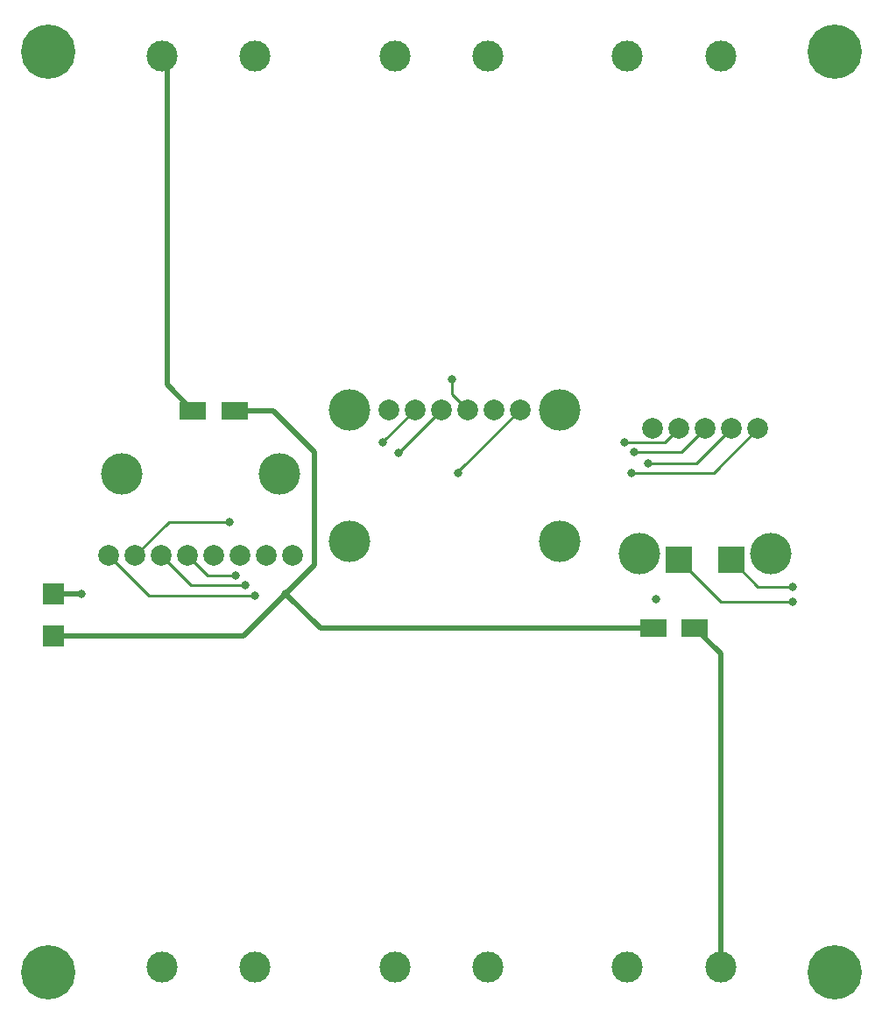
<source format=gbr>
%TF.GenerationSoftware,KiCad,Pcbnew,(5.1.10)-1*%
%TF.CreationDate,2022-06-07T20:51:06-07:00*%
%TF.ProjectId,solar-panel-NoCutout,736f6c61-722d-4706-916e-656c2d4e6f43,1.1*%
%TF.SameCoordinates,Original*%
%TF.FileFunction,Copper,L1,Top*%
%TF.FilePolarity,Positive*%
%FSLAX46Y46*%
G04 Gerber Fmt 4.6, Leading zero omitted, Abs format (unit mm)*
G04 Created by KiCad (PCBNEW (5.1.10)-1) date 2022-06-07 20:51:06*
%MOMM*%
%LPD*%
G01*
G04 APERTURE LIST*
%TA.AperFunction,ComponentPad*%
%ADD10C,3.000000*%
%TD*%
%TA.AperFunction,SMDPad,CuDef*%
%ADD11R,2.000000X2.000000*%
%TD*%
%TA.AperFunction,SMDPad,CuDef*%
%ADD12C,4.000000*%
%TD*%
%TA.AperFunction,SMDPad,CuDef*%
%ADD13C,2.000000*%
%TD*%
%TA.AperFunction,ComponentPad*%
%ADD14C,5.250000*%
%TD*%
%TA.AperFunction,SMDPad,CuDef*%
%ADD15R,2.500000X2.500000*%
%TD*%
%TA.AperFunction,SMDPad,CuDef*%
%ADD16R,2.500000X1.700000*%
%TD*%
%TA.AperFunction,ViaPad*%
%ADD17C,0.800000*%
%TD*%
%TA.AperFunction,Conductor*%
%ADD18C,0.250000*%
%TD*%
%TA.AperFunction,Conductor*%
%ADD19C,0.500000*%
%TD*%
G04 APERTURE END LIST*
D10*
%TO.P,SC4,1*%
%TO.N,Net-(D2-Pad2)*%
X117500000Y-70750000D03*
%TO.P,SC4,2*%
%TO.N,Net-(SC4-Pad2)*%
X126500000Y-70750000D03*
%TD*%
D11*
%TO.P,J7,1*%
%TO.N,VSOLAR*%
X107000000Y-126800000D03*
%TD*%
%TO.P,J6,1*%
%TO.N,GND*%
X107000000Y-122750000D03*
%TD*%
D12*
%TO.P,U1,7*%
%TO.N,Net-(U1-Pad7)*%
X155910000Y-117600000D03*
%TO.P,U1,8*%
%TO.N,Net-(U1-Pad8)*%
X135590000Y-117600000D03*
%TO.P,U1,9*%
%TO.N,Net-(U1-Pad9)*%
X155910000Y-104900000D03*
D13*
%TO.P,U1,2*%
%TO.N,Net-(U1-Pad2)*%
X149560000Y-104900000D03*
%TO.P,U1,3*%
%TO.N,GND*%
X147020000Y-104900000D03*
%TO.P,U1,1*%
%TO.N,+3V3*%
X152100000Y-104900000D03*
%TO.P,U1,6*%
%TO.N,Net-(U1-Pad6)*%
X139400000Y-104900000D03*
%TO.P,U1,5*%
%TO.N,SDA*%
X141940000Y-104900000D03*
%TO.P,U1,4*%
%TO.N,SCL*%
X144480000Y-104900000D03*
D12*
%TO.P,U1,10*%
%TO.N,Net-(U1-Pad10)*%
X135590000Y-104900000D03*
%TD*%
D14*
%TO.P,J2,1*%
%TO.N,Net-(J2-Pad1)*%
X106500000Y-70300000D03*
%TD*%
%TO.P,J5,1*%
%TO.N,Net-(J5-Pad1)*%
X182500000Y-159300000D03*
%TD*%
%TO.P,J4,1*%
%TO.N,Net-(J4-Pad1)*%
X182500000Y-70300000D03*
%TD*%
%TO.P,J3,1*%
%TO.N,Net-(J3-Pad1)*%
X106500000Y-159300000D03*
%TD*%
D12*
%TO.P,U3,9*%
%TO.N,Net-(U3-Pad9)*%
X113630000Y-111126000D03*
%TO.P,U3,10*%
%TO.N,Net-(U3-Pad10)*%
X128870000Y-111126000D03*
D13*
%TO.P,U3,3*%
%TO.N,SCL*%
X117440000Y-119000000D03*
%TO.P,U3,4*%
%TO.N,SDA*%
X119980000Y-119000000D03*
%TO.P,U3,1*%
%TO.N,+3V3*%
X112360000Y-119000000D03*
%TO.P,U3,2*%
%TO.N,GND*%
X114900000Y-119000000D03*
%TO.P,U3,8*%
%TO.N,Net-(U3-Pad8)*%
X130140000Y-119000000D03*
%TO.P,U3,7*%
%TO.N,Net-(U3-Pad7)*%
X127600000Y-119000000D03*
%TO.P,U3,6*%
%TO.N,Net-(U3-Pad6)*%
X125060000Y-119000000D03*
%TO.P,U3,5*%
%TO.N,Net-(U3-Pad5)*%
X122520000Y-119000000D03*
%TD*%
D15*
%TO.P,U2,7*%
%TO.N,Net-(U2-Pad6)*%
X167460000Y-119450000D03*
%TO.P,U2,6*%
X172540000Y-119450000D03*
D12*
%TO.P,U2,9*%
%TO.N,Net-(U2-Pad9)*%
X163650000Y-118815000D03*
%TO.P,U2,8*%
%TO.N,Net-(U2-Pad8)*%
X176350000Y-118815000D03*
D13*
%TO.P,U2,1*%
%TO.N,+3V3*%
X175080000Y-106750000D03*
%TO.P,U2,2*%
%TO.N,GND*%
X172540000Y-106750000D03*
%TO.P,U2,5*%
%TO.N,Net-(U2-Pad5)*%
X164920000Y-106750000D03*
%TO.P,U2,4*%
%TO.N,SDA*%
X167460000Y-106750000D03*
%TO.P,U2,3*%
%TO.N,SCL*%
X170000000Y-106750000D03*
%TD*%
D10*
%TO.P,SC6,2*%
%TO.N,GND*%
X171500000Y-70750000D03*
%TO.P,SC6,1*%
%TO.N,Net-(SC5-Pad2)*%
X162500000Y-70750000D03*
%TD*%
%TO.P,SC5,1*%
%TO.N,Net-(SC4-Pad2)*%
X140000000Y-70750000D03*
%TO.P,SC5,2*%
%TO.N,Net-(SC5-Pad2)*%
X149000000Y-70750000D03*
%TD*%
%TO.P,SC3,2*%
%TO.N,GND*%
X117500000Y-158750000D03*
%TO.P,SC3,1*%
%TO.N,Net-(SC2-Pad2)*%
X126500000Y-158750000D03*
%TD*%
%TO.P,SC2,2*%
%TO.N,Net-(SC2-Pad2)*%
X140000000Y-158750000D03*
%TO.P,SC2,1*%
%TO.N,Net-(SC1-Pad2)*%
X149000000Y-158750000D03*
%TD*%
%TO.P,SC1,2*%
%TO.N,Net-(SC1-Pad2)*%
X162500000Y-158750000D03*
%TO.P,SC1,1*%
%TO.N,Net-(D1-Pad2)*%
X171500000Y-158750000D03*
%TD*%
D16*
%TO.P,D2,1*%
%TO.N,VSOLAR*%
X124500000Y-105000000D03*
%TO.P,D2,2*%
%TO.N,Net-(D2-Pad2)*%
X120500000Y-105000000D03*
%TD*%
%TO.P,D1,2*%
%TO.N,Net-(D1-Pad2)*%
X169000000Y-126000000D03*
%TO.P,D1,1*%
%TO.N,VSOLAR*%
X165000000Y-126000000D03*
%TD*%
D17*
%TO.N,GND*%
X124000000Y-115750000D03*
X145500000Y-102000000D03*
X164465000Y-110109000D03*
X109750000Y-122750000D03*
%TO.N,+3V3*%
X162877500Y-110998000D03*
X146113500Y-110998000D03*
X126499999Y-122864501D03*
%TO.N,VSOLAR*%
X129476500Y-122682000D03*
%TO.N,SDA*%
X162177001Y-108075001D03*
X138876499Y-108075001D03*
X124587000Y-120967500D03*
%TO.N,SCL*%
X163131500Y-109029500D03*
X140335000Y-109045000D03*
X125564504Y-121894996D03*
%TO.N,Net-(U2-Pad6)*%
X178500000Y-122000000D03*
X178500000Y-123500000D03*
X165250000Y-123250000D03*
%TD*%
D18*
%TO.N,GND*%
X145500000Y-102000000D02*
X145500000Y-102000000D01*
X145500000Y-102130000D02*
X145500000Y-102000000D01*
X118150000Y-115750000D02*
X124000000Y-115750000D01*
X114900000Y-119000000D02*
X118150000Y-115750000D01*
X145500000Y-103380000D02*
X145500000Y-102000000D01*
X147020000Y-104900000D02*
X145500000Y-103380000D01*
X172540000Y-106750000D02*
X169181000Y-110109000D01*
X169181000Y-110109000D02*
X164465000Y-110109000D01*
X164465000Y-110109000D02*
X164465000Y-110109000D01*
D19*
X107000000Y-122750000D02*
X109750000Y-122750000D01*
X109750000Y-122750000D02*
X109750000Y-122750000D01*
D18*
%TO.N,+3V3*%
X116254997Y-122894997D02*
X112360000Y-119000000D01*
X126355003Y-122894997D02*
X116254997Y-122894997D01*
X175080000Y-106750000D02*
X170832000Y-110998000D01*
X170832000Y-110998000D02*
X162877500Y-110998000D01*
X162877500Y-110998000D02*
X162877500Y-110998000D01*
X152100000Y-104900000D02*
X146129000Y-110871000D01*
D19*
%TO.N,VSOLAR*%
X129476500Y-122682000D02*
X129476500Y-122682000D01*
X125358500Y-126800000D02*
X107000000Y-126800000D01*
X129476500Y-122682000D02*
X125358500Y-126800000D01*
X132250000Y-119908500D02*
X129476500Y-122682000D01*
X132250000Y-109000000D02*
X132250000Y-119908500D01*
X128250000Y-105000000D02*
X132250000Y-109000000D01*
X124500000Y-105000000D02*
X128250000Y-105000000D01*
X132794500Y-126000000D02*
X129476500Y-122682000D01*
X165000000Y-126000000D02*
X132794500Y-126000000D01*
%TO.N,Net-(D1-Pad2)*%
X171500000Y-128500000D02*
X169000000Y-126000000D01*
X171500000Y-158750000D02*
X171500000Y-128500000D01*
%TO.N,Net-(D2-Pad2)*%
X118000000Y-102500000D02*
X120500000Y-105000000D01*
X118000000Y-71000000D02*
X118000000Y-102500000D01*
D18*
%TO.N,SDA*%
X166134999Y-108075001D02*
X162177001Y-108075001D01*
X167460000Y-106750000D02*
X166134999Y-108075001D01*
X162177001Y-108075001D02*
X162177001Y-108075001D01*
X141940000Y-104900000D02*
X138826500Y-108013500D01*
X119980000Y-119000000D02*
X121947500Y-120967500D01*
X121947500Y-120967500D02*
X124523500Y-120967500D01*
%TO.N,SCL*%
X120334996Y-121894996D02*
X117440000Y-119000000D01*
X170000000Y-106750000D02*
X167720500Y-109029500D01*
X167720500Y-109029500D02*
X163131500Y-109029500D01*
X163131500Y-109029500D02*
X163131500Y-109029500D01*
X120334996Y-121894996D02*
X124929504Y-121894996D01*
X144480000Y-104900000D02*
X140335000Y-109045000D01*
X140335000Y-109045000D02*
X140335000Y-109045000D01*
X124929504Y-121894996D02*
X125564504Y-121894996D01*
X125564504Y-121894996D02*
X125564504Y-121894996D01*
%TO.N,Net-(U2-Pad6)*%
X178500000Y-123500000D02*
X178500000Y-123500000D01*
X175090000Y-122000000D02*
X178500000Y-122000000D01*
X172540000Y-119450000D02*
X175090000Y-122000000D01*
X171510000Y-123500000D02*
X178500000Y-123500000D01*
X167460000Y-119450000D02*
X171510000Y-123500000D01*
%TD*%
M02*

</source>
